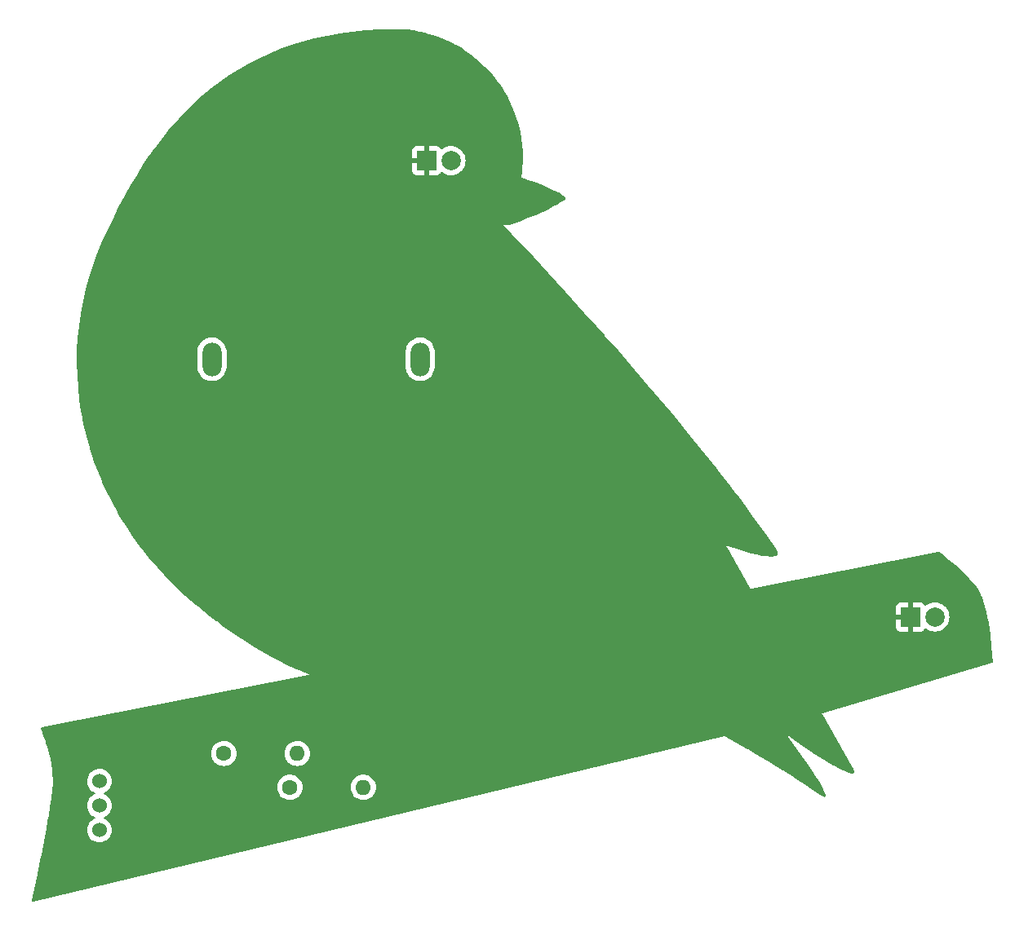
<source format=gbr>
%TF.GenerationSoftware,KiCad,Pcbnew,8.0.5*%
%TF.CreationDate,2025-02-18T12:13:13+00:00*%
%TF.ProjectId,robin,726f6269-6e2e-46b6-9963-61645f706362,v2*%
%TF.SameCoordinates,Original*%
%TF.FileFunction,Copper,L1,Top*%
%TF.FilePolarity,Positive*%
%FSLAX46Y46*%
G04 Gerber Fmt 4.6, Leading zero omitted, Abs format (unit mm)*
G04 Created by KiCad (PCBNEW 8.0.5) date 2025-02-18 12:13:13*
%MOMM*%
%LPD*%
G01*
G04 APERTURE LIST*
%TA.AperFunction,ComponentPad*%
%ADD10R,2.000000X2.000000*%
%TD*%
%TA.AperFunction,ComponentPad*%
%ADD11C,2.000000*%
%TD*%
%TA.AperFunction,ComponentPad*%
%ADD12C,1.600000*%
%TD*%
%TA.AperFunction,ComponentPad*%
%ADD13O,1.600000X1.600000*%
%TD*%
%TA.AperFunction,ComponentPad*%
%ADD14O,2.000000X3.500000*%
%TD*%
%TA.AperFunction,ComponentPad*%
%ADD15C,1.524000*%
%TD*%
G04 APERTURE END LIST*
D10*
%TO.P,LED1,1*%
%TO.N,GND*%
X145770600Y-63144400D03*
D11*
%TO.P,LED1,2*%
%TO.N,Net-(D1-Pad2)*%
X148310600Y-63144400D03*
%TD*%
D10*
%TO.P,LED2,1*%
%TO.N,GND*%
X195986400Y-110540800D03*
D11*
%TO.P,LED2,2*%
%TO.N,Net-(D2-Pad2)*%
X198526400Y-110540800D03*
%TD*%
D12*
%TO.P,Resistor 1,1*%
%TO.N,Net-(R1-Pad1)*%
X124739400Y-124714000D03*
D13*
%TO.P,Resistor 1,2*%
%TO.N,Net-(D1-Pad2)*%
X132359400Y-124714000D03*
%TD*%
D12*
%TO.P,Resistor 2,1*%
%TO.N,Net-(R1-Pad1)*%
X131597400Y-128219200D03*
D13*
%TO.P,Resistor 2,2*%
%TO.N,Net-(D2-Pad2)*%
X139217400Y-128219200D03*
%TD*%
D14*
%TO.P,BAT1,1*%
%TO.N,Net-(BAT1-Pad1)*%
X145110200Y-83769200D03*
%TO.P,BAT1,2*%
X123510200Y-83769200D03*
%TD*%
D15*
%TO.P,Switch,1*%
%TO.N,Net-(BAT1-Pad1)*%
X111836200Y-127584200D03*
%TO.P,Switch,2*%
%TO.N,Net-(R1-Pad1)*%
X111836200Y-130124200D03*
%TO.P,Switch,3*%
%TO.N,N/C*%
X111836200Y-132664200D03*
%TD*%
%TA.AperFunction,Conductor*%
%TO.N,GND*%
G36*
X143049391Y-49488052D02*
G01*
X143055723Y-49488373D01*
X143729718Y-49539635D01*
X143736042Y-49540276D01*
X144400338Y-49624698D01*
X144406557Y-49625647D01*
X145060081Y-49742387D01*
X145066237Y-49743647D01*
X145708373Y-49891860D01*
X145714405Y-49893412D01*
X146344217Y-50072280D01*
X146350170Y-50074132D01*
X146966698Y-50282802D01*
X146972506Y-50284928D01*
X147575249Y-50522581D01*
X147580929Y-50524983D01*
X148168792Y-50790800D01*
X148174289Y-50793449D01*
X148493350Y-50956880D01*
X148746555Y-51086579D01*
X148751924Y-51089495D01*
X148846269Y-51143748D01*
X149307757Y-51409128D01*
X149312930Y-51412272D01*
X149851373Y-51757543D01*
X149856371Y-51760920D01*
X150376790Y-52131027D01*
X150381630Y-52134647D01*
X150882978Y-52528718D01*
X150887616Y-52532546D01*
X151369256Y-52949797D01*
X151373694Y-52953830D01*
X151834711Y-53393390D01*
X151838942Y-53397621D01*
X152278442Y-53858657D01*
X152282478Y-53863098D01*
X152645942Y-54282746D01*
X152699670Y-54344779D01*
X152703505Y-54349427D01*
X153097488Y-54850887D01*
X153101098Y-54855715D01*
X153471188Y-55376210D01*
X153474572Y-55381221D01*
X153637871Y-55635972D01*
X153819793Y-55919777D01*
X153822941Y-55924958D01*
X154142576Y-56480743D01*
X154145502Y-56486130D01*
X154438583Y-57058475D01*
X154441248Y-57064007D01*
X154706998Y-57651953D01*
X154709402Y-57657638D01*
X154947028Y-58260388D01*
X154949162Y-58266222D01*
X155136228Y-58819189D01*
X155157760Y-58882836D01*
X155159611Y-58888786D01*
X155338512Y-59518643D01*
X155340082Y-59524749D01*
X155488204Y-60166869D01*
X155489465Y-60173038D01*
X155606202Y-60826695D01*
X155607161Y-60832969D01*
X155691544Y-61497264D01*
X155692184Y-61503577D01*
X155743503Y-62177643D01*
X155743827Y-62184023D01*
X155761117Y-62867862D01*
X155761134Y-62873459D01*
X155751771Y-63362448D01*
X155751594Y-63367135D01*
X155724064Y-63854992D01*
X155723715Y-63859643D01*
X155678212Y-64345458D01*
X155677707Y-64349968D01*
X155616782Y-64818136D01*
X155610793Y-64843413D01*
X155609926Y-64845893D01*
X155610246Y-64851519D01*
X155610244Y-64851551D01*
X155610256Y-64851582D01*
X155611724Y-64857028D01*
X155613321Y-64859103D01*
X155626961Y-64881218D01*
X155628098Y-64883577D01*
X155632293Y-64887321D01*
X155632322Y-64887353D01*
X155632362Y-64887371D01*
X155637239Y-64890177D01*
X155637240Y-64890178D01*
X155639832Y-64890515D01*
X155665119Y-64896507D01*
X156115643Y-65053877D01*
X156405473Y-65155116D01*
X156408537Y-65156231D01*
X156633158Y-65241273D01*
X157187836Y-65451277D01*
X157190646Y-65452380D01*
X157955053Y-65763574D01*
X157958173Y-65764894D01*
X158482376Y-65995131D01*
X158668760Y-66076993D01*
X158672755Y-66078831D01*
X159290105Y-66376135D01*
X159296142Y-66379247D01*
X159644355Y-66570839D01*
X159781436Y-66646263D01*
X159789026Y-66650793D01*
X159950741Y-66755173D01*
X159964631Y-66764138D01*
X159973188Y-66770179D01*
X160096842Y-66865454D01*
X160111297Y-66878491D01*
X160156329Y-66925909D01*
X160188734Y-66989077D01*
X160181843Y-67059738D01*
X160169071Y-67083649D01*
X160168287Y-67084799D01*
X160149462Y-67106576D01*
X159991663Y-67251668D01*
X159978779Y-67262039D01*
X159707766Y-67452309D01*
X159700778Y-67456877D01*
X159335499Y-67678744D01*
X159330995Y-67681354D01*
X158890945Y-67924345D01*
X158887715Y-67926068D01*
X158391141Y-68181733D01*
X158387335Y-68183612D01*
X157285808Y-68704581D01*
X157281351Y-68706584D01*
X156147610Y-69189929D01*
X156143864Y-69191456D01*
X155606925Y-69400265D01*
X155603730Y-69401458D01*
X155107137Y-69579259D01*
X155102747Y-69580739D01*
X154874760Y-69652986D01*
X154664654Y-69719566D01*
X154657888Y-69721504D01*
X154297261Y-69813974D01*
X154284833Y-69816501D01*
X154021129Y-69856441D01*
X154001900Y-69857861D01*
X153928528Y-69857651D01*
X153902981Y-69854959D01*
X153881324Y-69850408D01*
X153856245Y-69842324D01*
X153855321Y-69841915D01*
X153855320Y-69841914D01*
X153855318Y-69841914D01*
X153850604Y-69841801D01*
X153827723Y-69839146D01*
X153823113Y-69838177D01*
X153822111Y-69838366D01*
X153818060Y-69838694D01*
X153814442Y-69840548D01*
X153813497Y-69840912D01*
X153810077Y-69844173D01*
X153792030Y-69858466D01*
X153788078Y-69861045D01*
X153787500Y-69861892D01*
X153784874Y-69864980D01*
X153783631Y-69868838D01*
X153783214Y-69869778D01*
X153783102Y-69874489D01*
X153780447Y-69897374D01*
X153779478Y-69901986D01*
X153779664Y-69902976D01*
X153779993Y-69907037D01*
X153781850Y-69910661D01*
X153782214Y-69911604D01*
X153785461Y-69915010D01*
X153799770Y-69933075D01*
X153802345Y-69937020D01*
X153803171Y-69937585D01*
X153823254Y-69954657D01*
X154611320Y-70781396D01*
X154611964Y-70782076D01*
X156842420Y-73157079D01*
X156843000Y-73157702D01*
X158388879Y-74826215D01*
X158389347Y-74826723D01*
X160169178Y-76768993D01*
X160169695Y-76769560D01*
X162143403Y-78949896D01*
X162143985Y-78950544D01*
X163369913Y-80323779D01*
X164211598Y-81266602D01*
X164271090Y-81333242D01*
X164271727Y-81333961D01*
X165650507Y-82902724D01*
X166512557Y-83883557D01*
X166513295Y-83884404D01*
X168757654Y-86484421D01*
X168827491Y-86565324D01*
X168828290Y-86566260D01*
X171083812Y-89234015D01*
X171175947Y-89342989D01*
X171176913Y-89344146D01*
X173517873Y-92181103D01*
X173518995Y-92182482D01*
X175813345Y-95044272D01*
X175814291Y-95045468D01*
X176313045Y-95683523D01*
X176930861Y-96473894D01*
X176931577Y-96474819D01*
X177047973Y-96626607D01*
X177975321Y-97835932D01*
X178021797Y-97896539D01*
X178022578Y-97897569D01*
X179080853Y-99307339D01*
X179081707Y-99308489D01*
X179609724Y-100028789D01*
X180103463Y-100702328D01*
X180104333Y-100703530D01*
X181084117Y-102076786D01*
X181085016Y-102078065D01*
X182015727Y-103422835D01*
X182019889Y-103429258D01*
X182126427Y-103605134D01*
X182134447Y-103620731D01*
X182193512Y-103758410D01*
X182201142Y-103782737D01*
X182221342Y-103881090D01*
X182223434Y-103917473D01*
X182218137Y-103977727D01*
X182205990Y-104021679D01*
X182187424Y-104059958D01*
X182160446Y-104096692D01*
X182121564Y-104133315D01*
X182092363Y-104153868D01*
X182018462Y-104191512D01*
X181995168Y-104200594D01*
X181883064Y-104231906D01*
X181866190Y-104235396D01*
X181720125Y-104255311D01*
X181708014Y-104256370D01*
X181535505Y-104263099D01*
X181523131Y-104262974D01*
X181101003Y-104237928D01*
X181090458Y-104236855D01*
X180603958Y-104166602D01*
X180597229Y-104165444D01*
X180067787Y-104059437D01*
X180063109Y-104058407D01*
X179513974Y-103926567D01*
X179510605Y-103925709D01*
X178964760Y-103778618D01*
X178961188Y-103777599D01*
X177963559Y-103476957D01*
X177959715Y-103475731D01*
X176993913Y-103150605D01*
X176983960Y-103145265D01*
X176955729Y-103137532D01*
X176948828Y-103135428D01*
X176933787Y-103130365D01*
X176933786Y-103130365D01*
X176933435Y-103130247D01*
X176930987Y-103130484D01*
X176916894Y-103138516D01*
X176910528Y-103141907D01*
X176895982Y-103149126D01*
X176894417Y-103151028D01*
X176890128Y-103166683D01*
X176888024Y-103173581D01*
X176882847Y-103188961D01*
X176883084Y-103191410D01*
X176891111Y-103205493D01*
X176894507Y-103211870D01*
X176907528Y-103238107D01*
X176914681Y-103246849D01*
X179360817Y-107538603D01*
X179370344Y-107564241D01*
X179378413Y-107576391D01*
X179385483Y-107581878D01*
X179385484Y-107581880D01*
X179385485Y-107581880D01*
X179389947Y-107585343D01*
X179402647Y-107591162D01*
X179408180Y-107592279D01*
X179408182Y-107592280D01*
X179408183Y-107592279D01*
X179416953Y-107594050D01*
X179425831Y-107592931D01*
X179425833Y-107592932D01*
X179425834Y-107592931D01*
X179431433Y-107592226D01*
X179457062Y-107582702D01*
X198868012Y-103779385D01*
X198938706Y-103785916D01*
X198967510Y-103801989D01*
X199430551Y-104146923D01*
X199433310Y-104149038D01*
X199670308Y-104336129D01*
X199992532Y-104590498D01*
X199995476Y-104592895D01*
X200668149Y-105157626D01*
X200671925Y-105160927D01*
X201394017Y-105817879D01*
X201397482Y-105821155D01*
X201755378Y-106172728D01*
X201758210Y-106175602D01*
X202104594Y-106538580D01*
X202107924Y-106542209D01*
X202433941Y-106911747D01*
X202437808Y-106916346D01*
X202735375Y-107287939D01*
X202739926Y-107293987D01*
X203000757Y-107663123D01*
X203006012Y-107671199D01*
X203221896Y-108032451D01*
X203228068Y-108044126D01*
X203405371Y-108426890D01*
X203409629Y-108437272D01*
X203572699Y-108891457D01*
X203575132Y-108898964D01*
X203723763Y-109411848D01*
X203725253Y-109417474D01*
X203859264Y-109975048D01*
X203860226Y-109979383D01*
X203979926Y-110567974D01*
X203980572Y-110571391D01*
X204086378Y-111176774D01*
X204086998Y-111180685D01*
X204259921Y-112393744D01*
X204260412Y-112397620D01*
X204385183Y-113521254D01*
X204385469Y-113524122D01*
X204467348Y-114455169D01*
X204467535Y-114457561D01*
X204517705Y-115186968D01*
X204502425Y-115256301D01*
X204452086Y-115306366D01*
X204427756Y-115316435D01*
X186872121Y-120511596D01*
X186852128Y-120515785D01*
X186841165Y-120517167D01*
X186840718Y-120517422D01*
X186814096Y-120528768D01*
X186813612Y-120528911D01*
X186808694Y-120532890D01*
X186804819Y-120537884D01*
X186804686Y-120538372D01*
X186793883Y-120565225D01*
X186793639Y-120565672D01*
X186792976Y-120571964D01*
X186793767Y-120578232D01*
X186794013Y-120578664D01*
X186805367Y-120605302D01*
X186805510Y-120605786D01*
X186812453Y-120614364D01*
X186823981Y-120631241D01*
X189913157Y-126051029D01*
X189915723Y-126055764D01*
X190038947Y-126295193D01*
X190045151Y-126309309D01*
X190109501Y-126484046D01*
X190115970Y-126509579D01*
X190130915Y-126613060D01*
X190128809Y-126660141D01*
X190122172Y-126688131D01*
X190086993Y-126749799D01*
X190031570Y-126780929D01*
X189987591Y-126792476D01*
X189950124Y-126796488D01*
X189839664Y-126791689D01*
X189818805Y-126789027D01*
X189654872Y-126753999D01*
X189642445Y-126750671D01*
X189523467Y-126712207D01*
X189437656Y-126684465D01*
X189429719Y-126681602D01*
X189192982Y-126587137D01*
X189185426Y-126583831D01*
X188627962Y-126317880D01*
X188621882Y-126314775D01*
X188022012Y-125987591D01*
X187988158Y-125969126D01*
X187984393Y-125966988D01*
X187301425Y-125563408D01*
X187298844Y-125561841D01*
X186594690Y-125122639D01*
X186592849Y-125121468D01*
X186007298Y-124742003D01*
X185895405Y-124669490D01*
X185893501Y-124668232D01*
X185435854Y-124359583D01*
X184624713Y-123812528D01*
X184622638Y-123811098D01*
X183372444Y-122931069D01*
X183352954Y-122911944D01*
X183340415Y-122904328D01*
X183331663Y-122902364D01*
X183331662Y-122902364D01*
X183326100Y-122901116D01*
X183312269Y-122901246D01*
X183298025Y-122904724D01*
X183285629Y-122912579D01*
X183275943Y-122922448D01*
X183268325Y-122934989D01*
X183265116Y-122949298D01*
X183265246Y-122963130D01*
X183268726Y-122977380D01*
X183276584Y-122989780D01*
X183296074Y-123008905D01*
X184164054Y-124193843D01*
X184165204Y-124195438D01*
X185014011Y-125392967D01*
X185015533Y-125395164D01*
X185232582Y-125715580D01*
X185907714Y-126712240D01*
X185909466Y-126714898D01*
X186161859Y-127109089D01*
X186317076Y-127351510D01*
X186318899Y-127354446D01*
X186672534Y-127941624D01*
X186675279Y-127946416D01*
X186952353Y-128455709D01*
X186956824Y-128464775D01*
X187135850Y-128867825D01*
X187141139Y-128881959D01*
X187154600Y-128925760D01*
X187183472Y-129019711D01*
X187184349Y-129022563D01*
X187188655Y-129041853D01*
X187195461Y-129089756D01*
X187185240Y-129160013D01*
X187138658Y-129213591D01*
X187070504Y-129233480D01*
X187033983Y-129228007D01*
X186984455Y-129212913D01*
X186963998Y-129204660D01*
X186803645Y-129122983D01*
X186793055Y-129116927D01*
X186572283Y-128976052D01*
X186569538Y-128974249D01*
X185332141Y-128138495D01*
X185329879Y-128136241D01*
X185311667Y-128124314D01*
X185295194Y-128113526D01*
X185293782Y-128112586D01*
X185259492Y-128089426D01*
X185256531Y-128088205D01*
X184063911Y-127307171D01*
X184061689Y-127305019D01*
X184026659Y-127282759D01*
X184025211Y-127281825D01*
X183990465Y-127259073D01*
X183987586Y-127257932D01*
X182806394Y-126507392D01*
X182804189Y-126505313D01*
X182768731Y-126483447D01*
X182767295Y-126482548D01*
X182732194Y-126460245D01*
X182729354Y-126459165D01*
X181561535Y-125739012D01*
X181559377Y-125737032D01*
X181523559Y-125715580D01*
X181522170Y-125714736D01*
X181486618Y-125692815D01*
X181483861Y-125691808D01*
X181430011Y-125659559D01*
X180331289Y-125001576D01*
X180329149Y-124999662D01*
X180292936Y-124978595D01*
X180291564Y-124977785D01*
X180255690Y-124956303D01*
X180252978Y-124955353D01*
X179885301Y-124741473D01*
X179117543Y-124294863D01*
X179115451Y-124293039D01*
X179096163Y-124282134D01*
X179078877Y-124272360D01*
X179077592Y-124271624D01*
X179041314Y-124250521D01*
X179038680Y-124249634D01*
X177922545Y-123618608D01*
X177920483Y-123616853D01*
X177883498Y-123596523D01*
X177882265Y-123595835D01*
X177864945Y-123586044D01*
X177845665Y-123575144D01*
X177843081Y-123574308D01*
X176711972Y-122952604D01*
X176706725Y-122949553D01*
X176692284Y-122940684D01*
X176690142Y-122940395D01*
X176673878Y-122945121D01*
X176668015Y-122946673D01*
X104959751Y-140086830D01*
X104888847Y-140083212D01*
X104831154Y-140041835D01*
X104804990Y-139975836D01*
X104807505Y-139936747D01*
X105057107Y-138822439D01*
X105057826Y-138820805D01*
X105062747Y-138798001D01*
X105062748Y-138798001D01*
X105067034Y-138778136D01*
X105067217Y-138777309D01*
X105076728Y-138734851D01*
X105076762Y-138733062D01*
X105391256Y-137275918D01*
X105392034Y-137274105D01*
X105396706Y-137251513D01*
X105396708Y-137251512D01*
X105400853Y-137231468D01*
X105400964Y-137230939D01*
X105405267Y-137211007D01*
X105405266Y-137211005D01*
X105410118Y-137188525D01*
X105410141Y-137186553D01*
X105780306Y-135396694D01*
X105781340Y-135394217D01*
X105785606Y-135372274D01*
X105785608Y-135372274D01*
X105789424Y-135352648D01*
X105789690Y-135351324D01*
X105793720Y-135331843D01*
X105793719Y-135331842D01*
X105798229Y-135310039D01*
X105798234Y-135307353D01*
X106179040Y-133349359D01*
X106180458Y-133345813D01*
X106184138Y-133324987D01*
X106184139Y-133324987D01*
X106187522Y-133305837D01*
X106187900Y-133303805D01*
X106191615Y-133284708D01*
X106191614Y-133284707D01*
X106195639Y-133264015D01*
X106195590Y-133260185D01*
X106223828Y-133100399D01*
X106542118Y-131299326D01*
X106543585Y-131295457D01*
X106546818Y-131274920D01*
X106546820Y-131274920D01*
X106549823Y-131255847D01*
X106550193Y-131253638D01*
X106557170Y-131214167D01*
X106557042Y-131210016D01*
X106696529Y-130324411D01*
X106697841Y-130320753D01*
X106700751Y-130299900D01*
X106700753Y-130299899D01*
X106703448Y-130280583D01*
X106703733Y-130278667D01*
X106706770Y-130259393D01*
X106706769Y-130259392D01*
X106710043Y-130238612D01*
X106709851Y-130234718D01*
X106824944Y-129410235D01*
X106826603Y-129405285D01*
X106831004Y-129367090D01*
X106831377Y-129364157D01*
X106833987Y-129345464D01*
X106833986Y-129345463D01*
X106836701Y-129326019D01*
X106836337Y-129320809D01*
X106922030Y-128577216D01*
X106924145Y-128570232D01*
X106925543Y-128552790D01*
X106925545Y-128552790D01*
X106926975Y-128534954D01*
X106927390Y-128530709D01*
X106929443Y-128512901D01*
X106929442Y-128512900D01*
X106931444Y-128495537D01*
X106930721Y-128488264D01*
X106982317Y-127845171D01*
X106985255Y-127833440D01*
X106985754Y-127805388D01*
X106986138Y-127797547D01*
X106986220Y-127796529D01*
X106987371Y-127782188D01*
X106987370Y-127782187D01*
X106988379Y-127769617D01*
X106986604Y-127757655D01*
X106989692Y-127584200D01*
X110560847Y-127584200D01*
X110580222Y-127805663D01*
X110608718Y-127912011D01*
X110637759Y-128020393D01*
X110637761Y-128020399D01*
X110731711Y-128221875D01*
X110731712Y-128221877D01*
X110859216Y-128403972D01*
X110859220Y-128403977D01*
X110859223Y-128403981D01*
X111016419Y-128561177D01*
X111016423Y-128561180D01*
X111016427Y-128561183D01*
X111120324Y-128633932D01*
X111198523Y-128688688D01*
X111308573Y-128740005D01*
X111361858Y-128786922D01*
X111381319Y-128855199D01*
X111360777Y-128923159D01*
X111308573Y-128968395D01*
X111198523Y-129019712D01*
X111016422Y-129147220D01*
X111016416Y-129147225D01*
X110859225Y-129304416D01*
X110859220Y-129304422D01*
X110731712Y-129486523D01*
X110637761Y-129688001D01*
X110637760Y-129688004D01*
X110580222Y-129902737D01*
X110560847Y-130124200D01*
X110580222Y-130345663D01*
X110626473Y-130518274D01*
X110637759Y-130560393D01*
X110637761Y-130560399D01*
X110731711Y-130761875D01*
X110731712Y-130761877D01*
X110859216Y-130943972D01*
X110859220Y-130943977D01*
X110859223Y-130943981D01*
X111016419Y-131101177D01*
X111016423Y-131101180D01*
X111016427Y-131101183D01*
X111120324Y-131173932D01*
X111198523Y-131228688D01*
X111297668Y-131274920D01*
X111308573Y-131280005D01*
X111361858Y-131326922D01*
X111381319Y-131395199D01*
X111360777Y-131463159D01*
X111308573Y-131508395D01*
X111198523Y-131559712D01*
X111016422Y-131687220D01*
X111016416Y-131687225D01*
X110859225Y-131844416D01*
X110859220Y-131844422D01*
X110731712Y-132026523D01*
X110731712Y-132026524D01*
X110637760Y-132228004D01*
X110580222Y-132442737D01*
X110560847Y-132664200D01*
X110580222Y-132885663D01*
X110626473Y-133058274D01*
X110637759Y-133100393D01*
X110637761Y-133100399D01*
X110731711Y-133301875D01*
X110731712Y-133301877D01*
X110859216Y-133483972D01*
X110859220Y-133483977D01*
X110859223Y-133483981D01*
X111016419Y-133641177D01*
X111016423Y-133641180D01*
X111016427Y-133641183D01*
X111120324Y-133713932D01*
X111198523Y-133768688D01*
X111400004Y-133862640D01*
X111614737Y-133920178D01*
X111836200Y-133939553D01*
X112057663Y-133920178D01*
X112272396Y-133862640D01*
X112473877Y-133768688D01*
X112655981Y-133641177D01*
X112813177Y-133483981D01*
X112940688Y-133301877D01*
X113034640Y-133100396D01*
X113092178Y-132885663D01*
X113111553Y-132664200D01*
X113092178Y-132442737D01*
X113034640Y-132228004D01*
X112940688Y-132026524D01*
X112813177Y-131844419D01*
X112655981Y-131687223D01*
X112655977Y-131687220D01*
X112655972Y-131687216D01*
X112473877Y-131559712D01*
X112473875Y-131559711D01*
X112363827Y-131508395D01*
X112310542Y-131461478D01*
X112291081Y-131393201D01*
X112311623Y-131325241D01*
X112363827Y-131280005D01*
X112374732Y-131274920D01*
X112473877Y-131228688D01*
X112655981Y-131101177D01*
X112813177Y-130943981D01*
X112940688Y-130761877D01*
X113034640Y-130560396D01*
X113092178Y-130345663D01*
X113111553Y-130124200D01*
X113092178Y-129902737D01*
X113034640Y-129688004D01*
X112940688Y-129486524D01*
X112813177Y-129304419D01*
X112655981Y-129147223D01*
X112655977Y-129147220D01*
X112655972Y-129147216D01*
X112473877Y-129019712D01*
X112473875Y-129019711D01*
X112363827Y-128968395D01*
X112310542Y-128921478D01*
X112291081Y-128853201D01*
X112311623Y-128785241D01*
X112363827Y-128740005D01*
X112473877Y-128688688D01*
X112655981Y-128561177D01*
X112813177Y-128403981D01*
X112940688Y-128221877D01*
X112941936Y-128219200D01*
X130283902Y-128219200D01*
X130300067Y-128403972D01*
X130303857Y-128447286D01*
X130363115Y-128668440D01*
X130363117Y-128668446D01*
X130459877Y-128875949D01*
X130576044Y-129041853D01*
X130591202Y-129063500D01*
X130753100Y-129225398D01*
X130940651Y-129356723D01*
X131148157Y-129453484D01*
X131369313Y-129512743D01*
X131597400Y-129532698D01*
X131825487Y-129512743D01*
X132046643Y-129453484D01*
X132254149Y-129356723D01*
X132441700Y-129225398D01*
X132603598Y-129063500D01*
X132734923Y-128875949D01*
X132831684Y-128668443D01*
X132890943Y-128447287D01*
X132910898Y-128219200D01*
X137903902Y-128219200D01*
X137920067Y-128403972D01*
X137923857Y-128447286D01*
X137983115Y-128668440D01*
X137983117Y-128668446D01*
X138079877Y-128875949D01*
X138196044Y-129041853D01*
X138211202Y-129063500D01*
X138373100Y-129225398D01*
X138560651Y-129356723D01*
X138768157Y-129453484D01*
X138989313Y-129512743D01*
X139217400Y-129532698D01*
X139445487Y-129512743D01*
X139666643Y-129453484D01*
X139874149Y-129356723D01*
X140061700Y-129225398D01*
X140223598Y-129063500D01*
X140354923Y-128875949D01*
X140451684Y-128668443D01*
X140510943Y-128447287D01*
X140530898Y-128219200D01*
X140510943Y-127991113D01*
X140451684Y-127769957D01*
X140354923Y-127562451D01*
X140223598Y-127374900D01*
X140061700Y-127213002D01*
X139968876Y-127148006D01*
X139874149Y-127081677D01*
X139666646Y-126984917D01*
X139666640Y-126984915D01*
X139523359Y-126946523D01*
X139445487Y-126925657D01*
X139217400Y-126905702D01*
X138989313Y-126925657D01*
X138768159Y-126984915D01*
X138768153Y-126984917D01*
X138560650Y-127081677D01*
X138373103Y-127212999D01*
X138373097Y-127213004D01*
X138211204Y-127374897D01*
X138211199Y-127374903D01*
X138079877Y-127562450D01*
X137983117Y-127769953D01*
X137983115Y-127769959D01*
X137935834Y-127946416D01*
X137923857Y-127991113D01*
X137903902Y-128219200D01*
X132910898Y-128219200D01*
X132890943Y-127991113D01*
X132831684Y-127769957D01*
X132734923Y-127562451D01*
X132603598Y-127374900D01*
X132441700Y-127213002D01*
X132348876Y-127148006D01*
X132254149Y-127081677D01*
X132046646Y-126984917D01*
X132046640Y-126984915D01*
X131903359Y-126946523D01*
X131825487Y-126925657D01*
X131597400Y-126905702D01*
X131369313Y-126925657D01*
X131148159Y-126984915D01*
X131148153Y-126984917D01*
X130940650Y-127081677D01*
X130753103Y-127212999D01*
X130753097Y-127213004D01*
X130591204Y-127374897D01*
X130591199Y-127374903D01*
X130459877Y-127562450D01*
X130363117Y-127769953D01*
X130363115Y-127769959D01*
X130315834Y-127946416D01*
X130303857Y-127991113D01*
X130283902Y-128219200D01*
X112941936Y-128219200D01*
X113034640Y-128020396D01*
X113092178Y-127805663D01*
X113111553Y-127584200D01*
X113092178Y-127362737D01*
X113034640Y-127148004D01*
X112940688Y-126946524D01*
X112813177Y-126764419D01*
X112655981Y-126607223D01*
X112655977Y-126607220D01*
X112655972Y-126607216D01*
X112473877Y-126479712D01*
X112473875Y-126479711D01*
X112272399Y-126385761D01*
X112272393Y-126385759D01*
X112230274Y-126374473D01*
X112057663Y-126328222D01*
X111836200Y-126308847D01*
X111614737Y-126328222D01*
X111527270Y-126351659D01*
X111400006Y-126385759D01*
X111400001Y-126385761D01*
X111198523Y-126479712D01*
X111016422Y-126607220D01*
X111016416Y-126607225D01*
X110859225Y-126764416D01*
X110859220Y-126764422D01*
X110731712Y-126946523D01*
X110637761Y-127148001D01*
X110637759Y-127148006D01*
X110620344Y-127213002D01*
X110580222Y-127362737D01*
X110560847Y-127584200D01*
X106989692Y-127584200D01*
X106993418Y-127374903D01*
X106993573Y-127366170D01*
X106995898Y-127353429D01*
X106994565Y-127326742D01*
X106994428Y-127318209D01*
X106994903Y-127291531D01*
X106992173Y-127278874D01*
X106971981Y-126874621D01*
X106973295Y-126863588D01*
X106970161Y-126834180D01*
X106969608Y-126827104D01*
X106968136Y-126797611D01*
X106965125Y-126786911D01*
X106921370Y-126376197D01*
X106922009Y-126366647D01*
X106919692Y-126351660D01*
X106919693Y-126351659D01*
X106917128Y-126335068D01*
X106916365Y-126329224D01*
X106914590Y-126312550D01*
X106914589Y-126312549D01*
X106912985Y-126297486D01*
X106909917Y-126288411D01*
X106846343Y-125877085D01*
X106846535Y-125868804D01*
X106843152Y-125851522D01*
X106840018Y-125835516D01*
X106839159Y-125830607D01*
X106836502Y-125813414D01*
X106836501Y-125813413D01*
X106833985Y-125797128D01*
X106830989Y-125789399D01*
X106817442Y-125720200D01*
X106751472Y-125383227D01*
X106751372Y-125376019D01*
X106747406Y-125358889D01*
X106747407Y-125358889D01*
X106743359Y-125341405D01*
X106742466Y-125337221D01*
X106735653Y-125302417D01*
X106732799Y-125295792D01*
X106641144Y-124899884D01*
X106640694Y-124891229D01*
X106636406Y-124875712D01*
X106636407Y-124875711D01*
X106631818Y-124859106D01*
X106630523Y-124854002D01*
X106626641Y-124837231D01*
X106626640Y-124837230D01*
X106623017Y-124821580D01*
X106619283Y-124813746D01*
X106605663Y-124764460D01*
X106591719Y-124714000D01*
X123425902Y-124714000D01*
X123445857Y-124942087D01*
X123461284Y-124999662D01*
X123505115Y-125163240D01*
X123505117Y-125163246D01*
X123566923Y-125295790D01*
X123601877Y-125370749D01*
X123733202Y-125558300D01*
X123895100Y-125720198D01*
X124082651Y-125851523D01*
X124290157Y-125948284D01*
X124511313Y-126007543D01*
X124739400Y-126027498D01*
X124967487Y-126007543D01*
X125188643Y-125948284D01*
X125396149Y-125851523D01*
X125583700Y-125720198D01*
X125745598Y-125558300D01*
X125876923Y-125370749D01*
X125973684Y-125163243D01*
X126032943Y-124942087D01*
X126052898Y-124714000D01*
X131045902Y-124714000D01*
X131065857Y-124942087D01*
X131081284Y-124999662D01*
X131125115Y-125163240D01*
X131125117Y-125163246D01*
X131186923Y-125295790D01*
X131221877Y-125370749D01*
X131353202Y-125558300D01*
X131515100Y-125720198D01*
X131702651Y-125851523D01*
X131910157Y-125948284D01*
X132131313Y-126007543D01*
X132359400Y-126027498D01*
X132587487Y-126007543D01*
X132808643Y-125948284D01*
X133016149Y-125851523D01*
X133203700Y-125720198D01*
X133365598Y-125558300D01*
X133496923Y-125370749D01*
X133593684Y-125163243D01*
X133652943Y-124942087D01*
X133672898Y-124714000D01*
X133652943Y-124485913D01*
X133593684Y-124264757D01*
X133496923Y-124057251D01*
X133365598Y-123869700D01*
X133203700Y-123707802D01*
X133058483Y-123606120D01*
X133016149Y-123576477D01*
X132808646Y-123479717D01*
X132808640Y-123479715D01*
X132715171Y-123454670D01*
X132587487Y-123420457D01*
X132359400Y-123400502D01*
X132131313Y-123420457D01*
X131910159Y-123479715D01*
X131910153Y-123479717D01*
X131702650Y-123576477D01*
X131515103Y-123707799D01*
X131515097Y-123707804D01*
X131353204Y-123869697D01*
X131353199Y-123869703D01*
X131221877Y-124057250D01*
X131125117Y-124264753D01*
X131125115Y-124264759D01*
X131099707Y-124359583D01*
X131065857Y-124485913D01*
X131045902Y-124714000D01*
X126052898Y-124714000D01*
X126032943Y-124485913D01*
X125973684Y-124264757D01*
X125876923Y-124057251D01*
X125745598Y-123869700D01*
X125583700Y-123707802D01*
X125438483Y-123606120D01*
X125396149Y-123576477D01*
X125188646Y-123479717D01*
X125188640Y-123479715D01*
X125095171Y-123454670D01*
X124967487Y-123420457D01*
X124739400Y-123400502D01*
X124511313Y-123420457D01*
X124290159Y-123479715D01*
X124290153Y-123479717D01*
X124082650Y-123576477D01*
X123895103Y-123707799D01*
X123895097Y-123707804D01*
X123733204Y-123869697D01*
X123733199Y-123869703D01*
X123601877Y-124057250D01*
X123505117Y-124264753D01*
X123505115Y-124264759D01*
X123479707Y-124359583D01*
X123445857Y-124485913D01*
X123425902Y-124714000D01*
X106591719Y-124714000D01*
X106392421Y-123992787D01*
X106391539Y-123983606D01*
X106386734Y-123968852D01*
X106386735Y-123968852D01*
X106381483Y-123952726D01*
X106379856Y-123947316D01*
X106375344Y-123930987D01*
X106375343Y-123930986D01*
X106371212Y-123916035D01*
X106366879Y-123907886D01*
X106137288Y-123202905D01*
X106136279Y-123195523D01*
X106124214Y-123162501D01*
X106122754Y-123158273D01*
X106111886Y-123124898D01*
X106108125Y-123118465D01*
X105910770Y-122578283D01*
X105909556Y-122571238D01*
X105896221Y-122538251D01*
X105894686Y-122534260D01*
X105882491Y-122500878D01*
X105878671Y-122494830D01*
X105750455Y-122177628D01*
X105743471Y-122106976D01*
X105775793Y-122043763D01*
X105837160Y-122008060D01*
X105843020Y-122006765D01*
X133484566Y-116593127D01*
X133508294Y-116590780D01*
X133513207Y-116590760D01*
X133513209Y-116590761D01*
X133515911Y-116589629D01*
X133540366Y-116582199D01*
X133543234Y-116581638D01*
X133543236Y-116581634D01*
X133547303Y-116578935D01*
X133547918Y-116578605D01*
X133548358Y-116578070D01*
X133551796Y-116574604D01*
X133551798Y-116574604D01*
X133552906Y-116571900D01*
X133564942Y-116549354D01*
X133566579Y-116546922D01*
X133566578Y-116546918D01*
X133567547Y-116542125D01*
X133567746Y-116541466D01*
X133567679Y-116540784D01*
X133567660Y-116535894D01*
X133567661Y-116535892D01*
X133566527Y-116533185D01*
X133559101Y-116508742D01*
X133558538Y-116505866D01*
X133558536Y-116505864D01*
X133555824Y-116501778D01*
X133555505Y-116501182D01*
X133554982Y-116500753D01*
X133551506Y-116497303D01*
X133551504Y-116497302D01*
X133548783Y-116496187D01*
X133526257Y-116484158D01*
X133523821Y-116482520D01*
X133519005Y-116481547D01*
X133496191Y-116474636D01*
X132792171Y-116186159D01*
X132789411Y-116184989D01*
X132053439Y-115862764D01*
X132050754Y-115861551D01*
X131316660Y-115519478D01*
X131314077Y-115518239D01*
X130581485Y-115156371D01*
X130579006Y-115155112D01*
X129847955Y-114773710D01*
X129845550Y-114772422D01*
X129115747Y-114371336D01*
X129113434Y-114370033D01*
X128552596Y-114046237D01*
X128384816Y-113949370D01*
X128382607Y-113948064D01*
X127654828Y-113507892D01*
X127652706Y-113506580D01*
X126925642Y-113046935D01*
X126923613Y-113045625D01*
X126197151Y-112566631D01*
X126195203Y-112565320D01*
X125469160Y-112066944D01*
X125467314Y-112065652D01*
X124741486Y-111548086D01*
X124739713Y-111546799D01*
X124582091Y-111430217D01*
X124013909Y-111009971D01*
X124012224Y-111008702D01*
X123923692Y-110940899D01*
X123286916Y-110453218D01*
X123284555Y-110451366D01*
X123155850Y-110347807D01*
X122092493Y-109492202D01*
X194478400Y-109492202D01*
X194478400Y-110286800D01*
X195555697Y-110286800D01*
X195520475Y-110347807D01*
X195486400Y-110474974D01*
X195486400Y-110606626D01*
X195520475Y-110733793D01*
X195555697Y-110794800D01*
X194478400Y-110794800D01*
X194478400Y-111589397D01*
X194484905Y-111649893D01*
X194535955Y-111786764D01*
X194535955Y-111786765D01*
X194623495Y-111903704D01*
X194740434Y-111991244D01*
X194877306Y-112042294D01*
X194937802Y-112048799D01*
X194937815Y-112048800D01*
X195732400Y-112048800D01*
X195732400Y-110971502D01*
X195793407Y-111006725D01*
X195920574Y-111040800D01*
X196052226Y-111040800D01*
X196179393Y-111006725D01*
X196240400Y-110971502D01*
X196240400Y-112048800D01*
X197034985Y-112048800D01*
X197034997Y-112048799D01*
X197095493Y-112042294D01*
X197232364Y-111991244D01*
X197232365Y-111991244D01*
X197349304Y-111903704D01*
X197442247Y-111779548D01*
X197444537Y-111781262D01*
X197484384Y-111741386D01*
X197553752Y-111726270D01*
X197620281Y-111751056D01*
X197626629Y-111756132D01*
X197636984Y-111764976D01*
X197839437Y-111889040D01*
X198058806Y-111979905D01*
X198289689Y-112035335D01*
X198526400Y-112053965D01*
X198763111Y-112035335D01*
X198993994Y-111979905D01*
X199213363Y-111889040D01*
X199415816Y-111764976D01*
X199596369Y-111610769D01*
X199750576Y-111430216D01*
X199874640Y-111227763D01*
X199965505Y-111008394D01*
X200020935Y-110777511D01*
X200039565Y-110540800D01*
X200020935Y-110304089D01*
X199965505Y-110073206D01*
X199874640Y-109853837D01*
X199750576Y-109651384D01*
X199614622Y-109492202D01*
X199596369Y-109470830D01*
X199415819Y-109316626D01*
X199415817Y-109316625D01*
X199415816Y-109316624D01*
X199213363Y-109192560D01*
X199177959Y-109177895D01*
X198993992Y-109101694D01*
X198836051Y-109063776D01*
X198763111Y-109046265D01*
X198526400Y-109027635D01*
X198289689Y-109046265D01*
X198058807Y-109101694D01*
X197839438Y-109192559D01*
X197636982Y-109316625D01*
X197626635Y-109325462D01*
X197561843Y-109354490D01*
X197491644Y-109343881D01*
X197443229Y-109301316D01*
X197442247Y-109302052D01*
X197438745Y-109297374D01*
X197438324Y-109297004D01*
X197437795Y-109296105D01*
X197349304Y-109177895D01*
X197232365Y-109090355D01*
X197095493Y-109039305D01*
X197034997Y-109032800D01*
X196240400Y-109032800D01*
X196240400Y-110110097D01*
X196179393Y-110074875D01*
X196052226Y-110040800D01*
X195920574Y-110040800D01*
X195793407Y-110074875D01*
X195732400Y-110110097D01*
X195732400Y-109032800D01*
X194937802Y-109032800D01*
X194877306Y-109039305D01*
X194740435Y-109090355D01*
X194740434Y-109090355D01*
X194623495Y-109177895D01*
X194535955Y-109294834D01*
X194535955Y-109294835D01*
X194484905Y-109431706D01*
X194478400Y-109492202D01*
X122092493Y-109492202D01*
X121836373Y-109286121D01*
X121826275Y-109277057D01*
X121818218Y-109269000D01*
X121818217Y-109269000D01*
X121810550Y-109261333D01*
X121798731Y-109254051D01*
X120764390Y-108362121D01*
X120760863Y-108358962D01*
X119743357Y-107412614D01*
X119739918Y-107409291D01*
X118768662Y-106434653D01*
X118765333Y-106431183D01*
X118528029Y-106174140D01*
X117840569Y-105429496D01*
X117837424Y-105425957D01*
X116959390Y-104398665D01*
X116956320Y-104394929D01*
X116438743Y-103739807D01*
X116125530Y-103343358D01*
X116122581Y-103339472D01*
X116027223Y-103208638D01*
X115584692Y-102601471D01*
X115339331Y-102264827D01*
X115336518Y-102260805D01*
X114601068Y-101164444D01*
X114598397Y-101160287D01*
X113911089Y-100043391D01*
X113908571Y-100039114D01*
X113497727Y-99308489D01*
X113269702Y-98902979D01*
X113267350Y-98898595D01*
X112755195Y-97897023D01*
X112677263Y-97744619D01*
X112675076Y-97740123D01*
X112134108Y-96569532D01*
X112132087Y-96564919D01*
X112062130Y-96396135D01*
X111640521Y-95378920D01*
X111638695Y-95374254D01*
X111196894Y-94174277D01*
X111195236Y-94169476D01*
X110818517Y-93003196D01*
X110803515Y-92956750D01*
X110802060Y-92951913D01*
X110460746Y-91727690D01*
X110459473Y-91722736D01*
X110168897Y-90488320D01*
X110167824Y-90483298D01*
X109948268Y-89343545D01*
X109928319Y-89239984D01*
X109927447Y-89234900D01*
X109927314Y-89234015D01*
X109739315Y-87983965D01*
X109738658Y-87978884D01*
X109602245Y-86721562D01*
X109601793Y-86716389D01*
X109601172Y-86707105D01*
X109517421Y-85454183D01*
X109517181Y-85448979D01*
X109516840Y-85435480D01*
X109485184Y-84182853D01*
X109485162Y-84177703D01*
X109505873Y-82909090D01*
X109506068Y-82903846D01*
X109506133Y-82902724D01*
X109506263Y-82900478D01*
X122001700Y-82900478D01*
X122001700Y-84637922D01*
X122038844Y-84872441D01*
X122038845Y-84872446D01*
X122112216Y-85098258D01*
X122112218Y-85098263D01*
X122220015Y-85309827D01*
X122359580Y-85501922D01*
X122359582Y-85501924D01*
X122359584Y-85501927D01*
X122527472Y-85669815D01*
X122527475Y-85669817D01*
X122527478Y-85669820D01*
X122719573Y-85809385D01*
X122931137Y-85917182D01*
X123156959Y-85990556D01*
X123391478Y-86027700D01*
X123391481Y-86027700D01*
X123628919Y-86027700D01*
X123628922Y-86027700D01*
X123863441Y-85990556D01*
X124089263Y-85917182D01*
X124300827Y-85809385D01*
X124492922Y-85669820D01*
X124660820Y-85501922D01*
X124800385Y-85309827D01*
X124908182Y-85098263D01*
X124981556Y-84872441D01*
X125018700Y-84637922D01*
X125018700Y-82900478D01*
X143601700Y-82900478D01*
X143601700Y-84637922D01*
X143638844Y-84872441D01*
X143638845Y-84872446D01*
X143712216Y-85098258D01*
X143712218Y-85098263D01*
X143820015Y-85309827D01*
X143959580Y-85501922D01*
X143959582Y-85501924D01*
X143959584Y-85501927D01*
X144127472Y-85669815D01*
X144127475Y-85669817D01*
X144127478Y-85669820D01*
X144319573Y-85809385D01*
X144531137Y-85917182D01*
X144756959Y-85990556D01*
X144991478Y-86027700D01*
X144991481Y-86027700D01*
X145228919Y-86027700D01*
X145228922Y-86027700D01*
X145463441Y-85990556D01*
X145689263Y-85917182D01*
X145900827Y-85809385D01*
X146092922Y-85669820D01*
X146260820Y-85501922D01*
X146400385Y-85309827D01*
X146508182Y-85098263D01*
X146581556Y-84872441D01*
X146618700Y-84637922D01*
X146618700Y-82900478D01*
X146581556Y-82665959D01*
X146508182Y-82440137D01*
X146400385Y-82228573D01*
X146260820Y-82036478D01*
X146260817Y-82036475D01*
X146260815Y-82036472D01*
X146092927Y-81868584D01*
X146092924Y-81868582D01*
X146092922Y-81868580D01*
X145900827Y-81729015D01*
X145689263Y-81621218D01*
X145689260Y-81621217D01*
X145689258Y-81621216D01*
X145463446Y-81547845D01*
X145463442Y-81547844D01*
X145463441Y-81547844D01*
X145228922Y-81510700D01*
X144991478Y-81510700D01*
X144756959Y-81547844D01*
X144756953Y-81547845D01*
X144531141Y-81621216D01*
X144531135Y-81621219D01*
X144319569Y-81729017D01*
X144127475Y-81868582D01*
X144127472Y-81868584D01*
X143959584Y-82036472D01*
X143959582Y-82036475D01*
X143820017Y-82228569D01*
X143712219Y-82440135D01*
X143712216Y-82440141D01*
X143638845Y-82665953D01*
X143638844Y-82665958D01*
X143638844Y-82665959D01*
X143601700Y-82900478D01*
X125018700Y-82900478D01*
X124981556Y-82665959D01*
X124908182Y-82440137D01*
X124800385Y-82228573D01*
X124660820Y-82036478D01*
X124660817Y-82036475D01*
X124660815Y-82036472D01*
X124492927Y-81868584D01*
X124492924Y-81868582D01*
X124492922Y-81868580D01*
X124300827Y-81729015D01*
X124089263Y-81621218D01*
X124089260Y-81621217D01*
X124089258Y-81621216D01*
X123863446Y-81547845D01*
X123863442Y-81547844D01*
X123863441Y-81547844D01*
X123628922Y-81510700D01*
X123391478Y-81510700D01*
X123156959Y-81547844D01*
X123156953Y-81547845D01*
X122931141Y-81621216D01*
X122931135Y-81621219D01*
X122719569Y-81729017D01*
X122527475Y-81868582D01*
X122527472Y-81868584D01*
X122359584Y-82036472D01*
X122359582Y-82036475D01*
X122220017Y-82228569D01*
X122112219Y-82440135D01*
X122112216Y-82440141D01*
X122038845Y-82665953D01*
X122038844Y-82665958D01*
X122038844Y-82665959D01*
X122001700Y-82900478D01*
X109506263Y-82900478D01*
X109579814Y-81634041D01*
X109580222Y-81628888D01*
X109707328Y-80359118D01*
X109707961Y-80353902D01*
X109888767Y-79085552D01*
X109889607Y-79080423D01*
X110124469Y-77814585D01*
X110125527Y-77809486D01*
X110414742Y-76547662D01*
X110416026Y-76542555D01*
X110416531Y-76540711D01*
X110759945Y-75285984D01*
X110761436Y-75280951D01*
X110763758Y-75273675D01*
X111160420Y-74030726D01*
X111162102Y-74025814D01*
X111616464Y-72783370D01*
X111618330Y-72778575D01*
X112128852Y-71544101D01*
X112130323Y-71540693D01*
X112677858Y-70322619D01*
X112678846Y-70320480D01*
X113243790Y-69128321D01*
X113244934Y-69125970D01*
X113827754Y-67961428D01*
X113829011Y-67958988D01*
X114430479Y-66822943D01*
X114431858Y-66820413D01*
X115052827Y-65713492D01*
X115054442Y-65710700D01*
X115695664Y-64633693D01*
X115697417Y-64630837D01*
X116359872Y-63584359D01*
X116361765Y-63581462D01*
X117046070Y-62566554D01*
X117048246Y-62563431D01*
X117384676Y-62095802D01*
X144262600Y-62095802D01*
X144262600Y-62890400D01*
X145339897Y-62890400D01*
X145304675Y-62951407D01*
X145270600Y-63078574D01*
X145270600Y-63210226D01*
X145304675Y-63337393D01*
X145339897Y-63398400D01*
X144262600Y-63398400D01*
X144262600Y-64192997D01*
X144269105Y-64253493D01*
X144320155Y-64390364D01*
X144320155Y-64390365D01*
X144407695Y-64507304D01*
X144524634Y-64594844D01*
X144661506Y-64645894D01*
X144722002Y-64652399D01*
X144722015Y-64652400D01*
X145516600Y-64652400D01*
X145516600Y-63575102D01*
X145577607Y-63610325D01*
X145704774Y-63644400D01*
X145836426Y-63644400D01*
X145963593Y-63610325D01*
X146024600Y-63575102D01*
X146024600Y-64652400D01*
X146819185Y-64652400D01*
X146819197Y-64652399D01*
X146879693Y-64645894D01*
X147016564Y-64594844D01*
X147016565Y-64594844D01*
X147133504Y-64507304D01*
X147226447Y-64383148D01*
X147228737Y-64384862D01*
X147268584Y-64344986D01*
X147337952Y-64329870D01*
X147404481Y-64354656D01*
X147410829Y-64359732D01*
X147421184Y-64368576D01*
X147623637Y-64492640D01*
X147843006Y-64583505D01*
X148073889Y-64638935D01*
X148310600Y-64657565D01*
X148547311Y-64638935D01*
X148778194Y-64583505D01*
X148997563Y-64492640D01*
X149200016Y-64368576D01*
X149380569Y-64214369D01*
X149534776Y-64033816D01*
X149658840Y-63831363D01*
X149749705Y-63611994D01*
X149805135Y-63381111D01*
X149823765Y-63144400D01*
X149805135Y-62907689D01*
X149749705Y-62676806D01*
X149658840Y-62457437D01*
X149534776Y-62254984D01*
X149534773Y-62254980D01*
X149380569Y-62074430D01*
X149200019Y-61920226D01*
X149200017Y-61920225D01*
X149200016Y-61920224D01*
X148997563Y-61796160D01*
X148962159Y-61781495D01*
X148778192Y-61705294D01*
X148620251Y-61667376D01*
X148547311Y-61649865D01*
X148310600Y-61631235D01*
X148073889Y-61649865D01*
X147843007Y-61705294D01*
X147623638Y-61796159D01*
X147421182Y-61920225D01*
X147410835Y-61929062D01*
X147346043Y-61958090D01*
X147275844Y-61947481D01*
X147227429Y-61904916D01*
X147226447Y-61905652D01*
X147222945Y-61900974D01*
X147222524Y-61900604D01*
X147221995Y-61899705D01*
X147133504Y-61781495D01*
X147016565Y-61693955D01*
X146879693Y-61642905D01*
X146819197Y-61636400D01*
X146024600Y-61636400D01*
X146024600Y-62713697D01*
X145963593Y-62678475D01*
X145836426Y-62644400D01*
X145704774Y-62644400D01*
X145577607Y-62678475D01*
X145516600Y-62713697D01*
X145516600Y-61636400D01*
X144722002Y-61636400D01*
X144661506Y-61642905D01*
X144524635Y-61693955D01*
X144524634Y-61693955D01*
X144407695Y-61781495D01*
X144320155Y-61898434D01*
X144320155Y-61898435D01*
X144269105Y-62035306D01*
X144262600Y-62095802D01*
X117384676Y-62095802D01*
X117755385Y-61580526D01*
X117757751Y-61577347D01*
X118488531Y-60627424D01*
X118491137Y-60624153D01*
X119246321Y-59707884D01*
X119249190Y-59704525D01*
X119319522Y-59625041D01*
X120029589Y-58822571D01*
X120032651Y-58819235D01*
X120839285Y-57972324D01*
X120842589Y-57968984D01*
X121676092Y-57157851D01*
X121679582Y-57154586D01*
X122540944Y-56379907D01*
X122544760Y-56376614D01*
X123434714Y-55639209D01*
X123438765Y-55635993D01*
X124358193Y-54936558D01*
X124362453Y-54933458D01*
X125312323Y-54272711D01*
X125316829Y-54269719D01*
X126297888Y-53648328D01*
X126302567Y-53645507D01*
X127315674Y-53064228D01*
X127320507Y-53061595D01*
X128366729Y-52521127D01*
X128371696Y-52518699D01*
X129451778Y-52019789D01*
X129456781Y-52017610D01*
X130571707Y-51560977D01*
X130576797Y-51559022D01*
X131727325Y-51145459D01*
X131732386Y-51143762D01*
X132919549Y-50773975D01*
X132924666Y-50772499D01*
X134149261Y-50447277D01*
X134154261Y-50446060D01*
X135417147Y-50166153D01*
X135422136Y-50165153D01*
X136724315Y-49931357D01*
X136729168Y-49930583D01*
X138071478Y-49743644D01*
X138076167Y-49743083D01*
X139459462Y-49603797D01*
X139464005Y-49603423D01*
X140889236Y-49512572D01*
X140893625Y-49512371D01*
X142359700Y-49470793D01*
X142366446Y-49470783D01*
X143049391Y-49488052D01*
G37*
%TD.AperFunction*%
%TD*%
M02*

</source>
